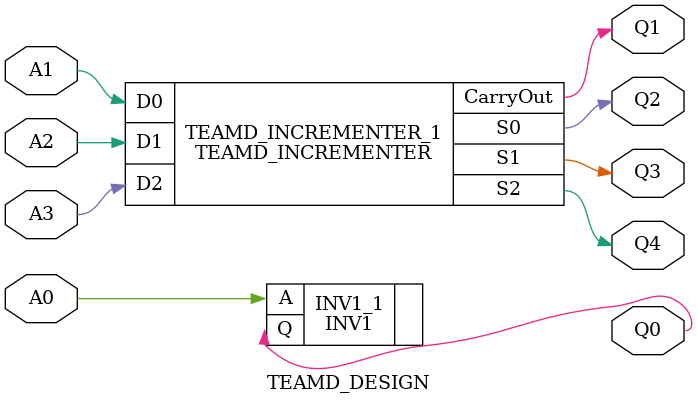
<source format=v>




module Design_Globals(
);
wire Vdd;
wire Gnd;
endmodule // Design_Globals

module TEAMD_HALFADDER(
	A,
	B,
	CARRY,
	SUM
);
input A;
input B;
output CARRY;
output SUM;

wire nCARRY;

INV1 INV1_1(
	.A(nCARRY),
	.Q(CARRY)
);
NAND2 NAND2_1(
	.A(A),
	.B(B),
	.Q(nCARRY)
);
XOR2 XOR2_1(
	.A(A),
	.B(B),
	.Q(SUM)
);
endmodule // TEAMD_HALFADDER


module TEAMD_INCREMENTER(
	CarryOut,
	D0,
	D1,
	D2,
	S0,
	S1,
	S2
);
output CarryOut;
input D0;
input D1;
input D2;
output S0;
output S1;
output S2;

wire N_1;
wire N_2;
wire N_3;

TEAMD_HALFADDER TEAMD_HALFADDER_1(
	.A(N_1),
	.B(D0),
	.CARRY(N_2),
	.SUM(S0)
);
TEAMD_HALFADDER TEAMD_HALFADDER_2(
	.A(N_2),
	.B(D1),
	.CARRY(N_3),
	.SUM(S1)
);
TEAMD_HALFADDER TEAMD_HALFADDER_3(
	.A(N_3),
	.B(D2),
	.CARRY(CarryOut),
	.SUM(S2)
);
TIE1 TIE1_1(
	.Q(N_1)
);
endmodule // TEAMD_INCREMENTER


module TEAMD_DESIGN(
	A0,
	A1,
	A2,
	A3,
	Q0,
	Q1,
	Q2,
	Q3,
	Q4
);
input A0;
input A1;
input A2;
input A3;
output Q0;
output Q1;
output Q2;
output Q3;
output Q4;

INV1 INV1_1(
	.A(A0),
	.Q(Q0)
);
TEAMD_INCREMENTER TEAMD_INCREMENTER_1(
	.CarryOut(Q1),
	.D0(A1),
	.D1(A2),
	.D2(A3),
	.S0(Q2),
	.S1(Q3),
	.S2(Q4)
);
endmodule // TEAMD_DESIGN


</source>
